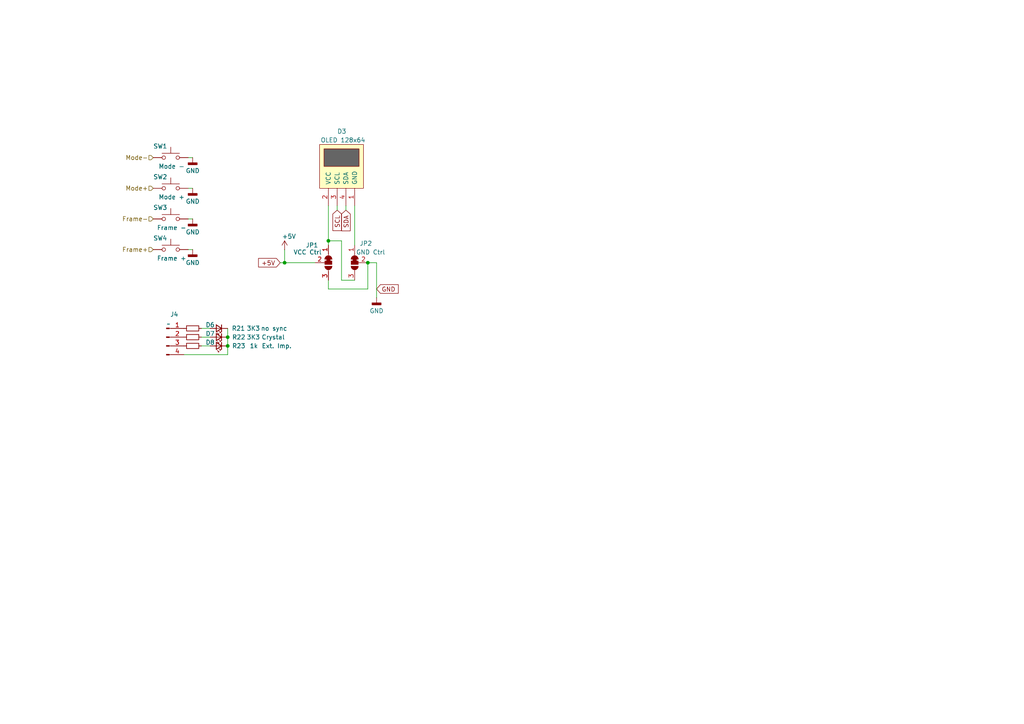
<source format=kicad_sch>
(kicad_sch (version 20231120) (generator "eeschema") (generator_version "8.0")
  (paper "A4")
  (lib_symbols
    (symbol "Connector:Conn_01x04_Pin" (pin_names (offset 1.016) hide)
      (property "Reference" "J" (at 0 5.08 0))
      (property "Value" "Conn_01x04_Pin" (at 0 -7.62 0))
      (symbol "Conn_01x04_Pin_1_1"
        (polyline (pts (xy 1.27 -5.08) (xy 0.8636 -5.08)) (stroke (width 0.1524)))
        (polyline (pts (xy 1.27 -2.54) (xy 0.8636 -2.54)) (stroke (width 0.1524)))
        (polyline (pts (xy 1.27 0) (xy 0.8636 0)) (stroke (width 0.1524)))
        (polyline (pts (xy 1.27 2.54) (xy 0.8636 2.54)) (stroke (width 0.1524)))
        (rectangle (start 0.8636 -4.953) (end 0 -5.207) (stroke (width 0.1524)) (fill (type outline)))
        (rectangle (start 0.8636 -2.413) (end 0 -2.667) (stroke (width 0.1524)) (fill (type outline)))
        (rectangle (start 0.8636 0.127) (end 0 -0.127) (stroke (width 0.1524)) (fill (type outline)))
        (rectangle (start 0.8636 2.667) (end 0 2.413) (stroke (width 0.1524)) (fill (type outline)))
        (pin passive line (at 5.08 2.54 180) (length 3.81) (name "Pin_1") (number "1"))
        (pin passive line (at 5.08 0 180) (length 3.81) (name "Pin_2") (number "2"))
        (pin passive line (at 5.08 -2.54 180) (length 3.81) (name "Pin_3") (number "3"))
        (pin passive line (at 5.08 -5.08 180) (length 3.81) (name "Pin_4") (number "4"))
      )
    )
    (symbol "Device:LED_Small" (pin_numbers hide) (pin_names (offset 0.254) hide)
      (property "Reference" "D" (at -1.27 3.175 0))
      (property "Value" "LED_Small" (at -4.445 -2.54 0))
      (symbol "LED_Small_0_1"
        (polyline (pts (xy -0.762 -1.016) (xy -0.762 1.016)) (stroke (width 0.254)))
        (polyline (pts (xy 1.016 0) (xy -0.762 0)))
        (polyline (pts (xy 0.762 -1.016) (xy -0.762 0) (xy 0.762 1.016) (xy 0.762 -1.016)) (stroke (width 0.254)))
        (polyline (pts (xy 0 0.762) (xy -0.508 1.27) (xy -0.254 1.27) (xy -0.508 1.27) (xy -0.508 1.016)))
        (polyline (pts (xy 0.508 1.27) (xy 0 1.778) (xy 0.254 1.778) (xy 0 1.778) (xy 0 1.524)))
      )
      (symbol "LED_Small_1_1"
        (pin passive line (at -2.54 0 0) (length 1.778) (name "K") (number "1"))
        (pin passive line (at 2.54 0 180) (length 1.778) (name "A") (number "2"))
      )
    )
    (symbol "Device:R_Small" (pin_numbers hide) (pin_names (offset 0.254) hide)
      (property "Reference" "R" (at 0.762 0.508 0))
      (property "Value" "R_Small" (at 0.762 -1.016 0))
      (symbol "R_Small_0_1"
        (rectangle (start -0.762 1.778) (end 0.762 -1.778) (stroke (width 0.2032)))
      )
      (symbol "R_Small_1_1"
        (pin passive line (at 0 2.54 270) (length 0.762) (name "~") (number "1"))
        (pin passive line (at 0 -2.54 90) (length 0.762) (name "~") (number "2"))
      )
    )
    (symbol "Peacemans Teile:OLED-128-64-I2C-Display_Character" (pin_names (offset 1.016))
      (property "Reference" "D" (at 6.35 6.35 90))
      (property "Value" "OLED-128-64-I2C-Display_Character" (at 6.35 6.35 90))
      (symbol "OLED-128-64-I2C-Display_Character_1_1"
        (rectangle (start -7.62 1.27) (end 5.08 13.97) (fill (type background)))
        (rectangle (start -6.35 7.62) (end 3.81 12.7) (fill (type color) (color 101 101 101 1)))
        (pin power_in line (at 2.54 -3.81 90) (length 5.08) (name "GND") (number "1"))
        (pin power_in line (at -5.08 -3.81 90) (length 5.08) (name "VCC") (number "2"))
        (pin input line (at -2.54 -3.81 90) (length 5.08) (name "SCL") (number "3"))
        (pin input line (at 0 -3.81 90) (length 5.08) (name "SDA") (number "4"))
      )
    )
    (symbol "SolderJumper_3_Bridged12_1" (pin_names (offset 0) hide) (exclude_from_sim yes) (in_bom no)
      (property "Reference" "JP" (at -2.54 -2.54 0))
      (property "Value" "SolderJumper_3_Bridged12" (at 0 2.794 0))
      (symbol "SolderJumper_3_Bridged12_1_0_1"
        (rectangle (start -1.016 0.508) (end -0.508 -0.508) (fill (type outline)))
        (arc (start -1.016 1.016) (mid -2.0276 0) (end -1.016 -1.016))
        (arc (start -1.016 1.016) (mid -2.0276 0) (end -1.016 -1.016) (fill (type outline)))
        (rectangle (start -0.508 1.016) (end 0.508 -1.016) (fill (type outline)))
        (polyline (pts (xy -2.54 0) (xy -2.032 0)))
        (polyline (pts (xy -1.016 1.016) (xy -1.016 -1.016)))
        (polyline (pts (xy 0 -1.27) (xy 0 -1.016)))
        (polyline (pts (xy 1.016 1.016) (xy 1.016 -1.016)))
        (polyline (pts (xy 2.54 0) (xy 2.032 0)))
        (arc (start 1.016 -1.016) (mid 2.0276 0) (end 1.016 1.016))
        (arc (start 1.016 -1.016) (mid 2.0276 0) (end 1.016 1.016) (fill (type outline)))
      )
      (symbol "SolderJumper_3_Bridged12_1_1_1"
        (pin passive line (at -5.08 0 0) (length 2.54) (name "A") (number "1"))
        (pin passive line (at 0 -3.81 90) (length 2.54) (name "C") (number "2"))
        (pin passive line (at 5.08 0 180) (length 2.54) (name "B") (number "3"))
      )
    )
    (symbol "Switch:SW_Push" (pin_numbers hide) (pin_names (offset 1.016) hide)
      (property "Reference" "SW" (at 1.27 2.54 0))
      (property "Value" "SW_Push" (at 0 -1.524 0))
      (symbol "SW_Push_0_1"
        (circle (center -2.032 0) (radius 0.508))
        (polyline (pts (xy 0 1.27) (xy 0 3.048)))
        (polyline (pts (xy 2.54 1.27) (xy -2.54 1.27)))
        (circle (center 2.032 0) (radius 0.508))
        (pin passive line (at -5.08 0 0) (length 2.54) (name "1") (number "1"))
        (pin passive line (at 5.08 0 180) (length 2.54) (name "2") (number "2"))
      )
    )
    (symbol "power:+5V" (power) (pin_numbers hide) (pin_names (offset 0) hide)
      (property "Value" "+5V" (at 0 3.556 0))
      (symbol "+5V_0_1"
        (polyline (pts (xy -0.762 1.27) (xy 0 2.54)))
        (polyline (pts (xy 0 0) (xy 0 2.54)))
        (polyline (pts (xy 0 2.54) (xy 0.762 1.27)))
      )
      (symbol "+5V_1_1"
        (pin power_in line (at 0 0 90) (length 0) (name "~") (number "1"))
      )
    )
    (symbol "power:GNDD" (power) (pin_numbers hide) (pin_names (offset 0) hide)
      (property "Value" "GNDD" (at 0 -3.175 0))
      (symbol "GNDD_0_1"
        (rectangle (start -1.27 -1.524) (end 1.27 -2.032) (stroke (width 0.254)) (fill (type outline)))
        (polyline (pts (xy 0 0) (xy 0 -1.524)))
      )
      (symbol "GNDD_1_1"
        (pin power_in line (at 0 0 270) (length 0) (name "~") (number "1"))
      )
    )
  )
  (junction (at 66.04 97.79))
  (junction (at 106.68 76.2))
  (junction (at 82.55 76.2))
  (junction (at 95.25 69.85))
  (junction (at 66.04 100.33))
  (wire (pts (xy 58.42 97.79) (xy 60.96 97.79)))
  (wire (pts (xy 106.68 83.82) (xy 106.68 76.2)))
  (wire (pts (xy 81.28 76.2) (xy 82.55 76.2)))
  (wire (pts (xy 95.25 69.85) (xy 95.25 59.69)))
  (wire (pts (xy 66.04 97.79) (xy 66.04 100.33)))
  (wire (pts (xy 66.04 102.87) (xy 53.34 102.87)))
  (wire (pts (xy 82.55 72.39) (xy 82.55 76.2)))
  (wire (pts (xy 55.88 54.61) (xy 54.61 54.61)))
  (wire (pts (xy 55.88 63.5) (xy 54.61 63.5)))
  (wire (pts (xy 66.04 100.33) (xy 66.04 102.87)))
  (wire (pts (xy 55.88 72.39) (xy 54.61 72.39)))
  (wire (pts (xy 55.88 45.72) (xy 54.61 45.72)))
  (wire (pts (xy 95.25 83.82) (xy 106.68 83.82)))
  (wire (pts (xy 102.87 71.12) (xy 102.87 59.69)))
  (wire (pts (xy 99.06 81.28) (xy 99.06 69.85)))
  (wire (pts (xy 82.55 76.2) (xy 91.44 76.2)))
  (wire (pts (xy 60.96 100.33) (xy 58.42 100.33)))
  (wire (pts (xy 66.04 95.25) (xy 66.04 97.79)))
  (wire (pts (xy 97.79 60.96) (xy 97.79 59.69)))
  (wire (pts (xy 102.87 81.28) (xy 99.06 81.28)))
  (wire (pts (xy 95.25 81.28) (xy 95.25 83.82)))
  (wire (pts (xy 95.25 71.12) (xy 95.25 69.85)))
  (wire (pts (xy 109.22 76.2) (xy 106.68 76.2)))
  (wire (pts (xy 99.06 69.85) (xy 95.25 69.85)))
  (wire (pts (xy 60.96 95.25) (xy 58.42 95.25)))
  (wire (pts (xy 109.22 86.36) (xy 109.22 76.2)))
  (wire (pts (xy 100.33 60.96) (xy 100.33 59.69)))
  (global_label "SDA" (shape input) (at 100.33 60.96 270) (property "Intersheetrefs" "${INTERSHEET_REFS}" (effects (hide yes))))
  (global_label "+5V" (shape input) (at 81.28 76.2 180) (property "Intersheetrefs" "${INTERSHEET_REFS}" (effects (hide yes))))
  (global_label "GND" (shape input) (at 109.22 83.82 0) (property "Intersheetrefs" "${INTERSHEET_REFS}" (effects (hide yes))))
  (global_label "SCL" (shape input) (at 97.79 60.96 270) (property "Intersheetrefs" "${INTERSHEET_REFS}" (effects (hide yes))))
  (hierarchical_label "Frame-" (shape input) (at 44.45 63.5 180))
  (hierarchical_label "Frame+" (shape input) (at 44.45 72.39 180))
  (hierarchical_label "Mode+" (shape input) (at 44.45 54.61 180))
  (hierarchical_label "Mode-" (shape input) (at 44.45 45.72 180))
  (symbol (lib_id "Device:R_Small") (at 55.88 95.25 90) (unit 1)
    (property "Reference" "R21" (at 71.12 95.25 90) (effects (justify left)))
    (property "Value" "3K3" (at 75.438 95.25 90) (effects (justify left)))
    (property "Footprint" "Resistor_SMD:R_0603_1608Metric" (effects (hide yes)))
    (property "LCSC" "C26010" (effects (hide yes)))
    (property "Inventory" "B" (effects (hide yes)))
  )
  (symbol (lib_id "Device:LED_Small") (at 63.5 97.79 180) (unit 1)
    (property "Reference" "D7" (at 60.96 96.774 0))
    (property "Value" "Crystal" (at 79.248 97.79 0))
    (property "Footprint" "LED_SMD:LED_0805_2012Metric" (effects (hide yes)))
    (property "Datasheet" "https://datasheet.lcsc.com/lcsc/1806151820_Hubei-KENTO-Elec-KT-0805G_C2297.pdf" (effects (hide yes)))
    (property "LCSC" "C2297" (effects (hide yes)))
    (property "Inventory" "B" (effects (hide yes)))
  )
  (symbol (lib_id "Device:LED_Small") (at 63.5 95.25 180) (unit 1)
    (property "Reference" "D6" (at 60.96 94.234 0))
    (property "Value" "no sync" (at 79.502 95.25 0))
    (property "Footprint" "LED_SMD:LED_0805_2012Metric" (effects (hide yes)))
    (property "Datasheet" "https://datasheet.lcsc.com/lcsc/1806151820_Hubei-KENTO-Elec-KT-0805G_C2297.pdf" (effects (hide yes)))
    (property "LCSC" "C2297" (effects (hide yes)))
    (property "Inventory" "B" (effects (hide yes)))
  )
  (symbol (lib_id "power:GNDD") (at 55.88 45.72 0) (unit 1)
    (property "Reference" "#PWR038" (effects (hide yes)))
    (property "Value" "GND" (at 55.88 49.53 0))
    (property "Description" "Power symbol creates a global label with name \"GNDD\" , digital ground" (effects (hide yes)))
  )
  (symbol (lib_name "SolderJumper_3_Bridged12_1") (lib_id "Jumper:SolderJumper_3_Bridged12") (at 95.25 76.2 270) (unit 1) (exclude_from_sim yes) (in_bom no)
    (property "Reference" "JP1" (at 88.646 71.12 90) (effects (justify left)))
    (property "Value" "VCC Ctrl" (at 85.09 73.152 90) (effects (justify left)))
    (property "Footprint" "Jumper:SolderJumper-3_P1.3mm_Bridged2Bar12_RoundedPad1.0x1.5mm" (effects (hide yes)))
    (property "Description" "3-pole Solder Jumper, pins 1+2 closed/bridged" (effects (hide yes)))
  )
  (symbol (lib_id "Device:LED_Small") (at 63.5 100.33 180) (unit 1)
    (property "Reference" "D8" (at 60.96 99.314 0))
    (property "Value" "Ext. Imp." (at 80.264 100.33 0))
    (property "Footprint" "LED_SMD:LED_0805_2012Metric" (effects (hide yes)))
    (property "Datasheet" "https://datasheet.lcsc.com/lcsc/1806151820_Hubei-KENTO-Elec-KT-0805G_C2297.pdf" (effects (hide yes)))
    (property "LCSC" "C2297" (effects (hide yes)))
    (property "Inventory" "B" (effects (hide yes)))
  )
  (symbol (lib_id "Switch:SW_Push") (at 49.53 63.5 0) (mirror y) (unit 1)
    (property "Reference" "SW3" (at 46.482 60.198 0))
    (property "Value" "Frame -" (at 49.784 66.04 0))
    (property "Footprint" "Button_Switch_SMD:SW_SPST_PTS647_Sx50" (effects (hide yes)))
    (property "Description" "Push button switch, generic, two pins" (effects (hide yes)))
  )
  (symbol (lib_id "Peacemans Teile:OLED-128-64-I2C-Display_Character") (at 100.33 55.88 0) (unit 1)
    (property "Reference" "D3" (at 97.79 38.1 0) (effects (justify left)))
    (property "Value" "OLED 128x64" (at 92.964 40.64 0) (effects (justify left)))
    (property "Footprint" "Peacemans Teile:OLED_128x63_i2c_0.96" (effects (hide yes)))
  )
  (symbol (lib_id "power:GNDD") (at 109.22 86.36 0) (unit 1)
    (property "Reference" "#PWR020" (effects (hide yes)))
    (property "Value" "GND" (at 109.22 90.17 0))
    (property "Description" "Power symbol creates a global label with name \"GNDD\" , digital ground" (effects (hide yes)))
  )
  (symbol (lib_id "power:+5V") (at 82.55 72.39 0) (unit 1)
    (property "Reference" "#PWR016" (effects (hide yes)))
    (property "Value" "+5V" (at 83.82 68.58 0))
    (property "Description" "Power symbol creates a global label with name \"+5V\"" (effects (hide yes)))
  )
  (symbol (lib_id "Switch:SW_Push") (at 49.53 45.72 0) (mirror y) (unit 1)
    (property "Reference" "SW1" (at 46.482 42.418 0))
    (property "Value" "Mode -" (at 49.784 48.26 0))
    (property "Footprint" "Button_Switch_SMD:SW_SPST_PTS647_Sx50" (effects (hide yes)))
    (property "Description" "Push button switch, generic, two pins" (effects (hide yes)))
  )
  (symbol (lib_name "SolderJumper_3_Bridged12_1") (lib_id "Jumper:SolderJumper_3_Bridged12") (at 102.87 76.2 90) (mirror x) (unit 1) (exclude_from_sim yes) (in_bom no)
    (property "Reference" "JP2" (at 107.95 70.612 90) (effects (justify left)))
    (property "Value" "GND Ctrl" (at 111.76 73.152 90) (effects (justify left)))
    (property "Footprint" "Jumper:SolderJumper-3_P1.3mm_Bridged2Bar12_RoundedPad1.0x1.5mm" (effects (hide yes)))
    (property "Description" "3-pole Solder Jumper, pins 1+2 closed/bridged" (effects (hide yes)))
  )
  (symbol (lib_id "Switch:SW_Push") (at 49.53 54.61 0) (mirror y) (unit 1)
    (property "Reference" "SW2" (at 46.482 51.308 0))
    (property "Value" "Mode +" (at 49.784 57.15 0))
    (property "Footprint" "Button_Switch_SMD:SW_SPST_PTS647_Sx50" (effects (hide yes)))
    (property "Description" "Push button switch, generic, two pins" (effects (hide yes)))
  )
  (symbol (lib_id "Device:R_Small") (at 55.88 100.33 270) (unit 1)
    (property "Reference" "R23" (at 67.31 100.33 90) (effects (justify left)))
    (property "Value" "1k" (at 72.39 100.33 90) (effects (justify left)))
    (property "Footprint" "Resistor_SMD:R_0603_1608Metric" (effects (hide yes)))
    (property "LCSC" "C26010" (effects (hide yes)))
    (property "Inventory" "B" (effects (hide yes)))
  )
  (symbol (lib_id "Switch:SW_Push") (at 49.53 72.39 0) (mirror y) (unit 1)
    (property "Reference" "SW4" (at 46.482 69.088 0))
    (property "Value" "Frame +" (at 49.784 74.93 0))
    (property "Footprint" "Button_Switch_SMD:SW_SPST_PTS647_Sx50" (effects (hide yes)))
    (property "Description" "Push button switch, generic, two pins" (effects (hide yes)))
  )
  (symbol (lib_id "power:GNDD") (at 55.88 63.5 0) (unit 1)
    (property "Reference" "#PWR040" (effects (hide yes)))
    (property "Value" "GND" (at 55.88 67.31 0))
    (property "Description" "Power symbol creates a global label with name \"GNDD\" , digital ground" (effects (hide yes)))
  )
  (symbol (lib_id "Connector:Conn_01x04_Pin") (at 48.26 97.79 0) (unit 1)
    (property "Reference" "J4" (at 50.546 91.186 0))
    (property "Value" "~" (at 48.895 93.98 0))
    (property "Footprint" "easyEDA:HDR-SMD_HX-PM2.54-1X4P-TP-YQ" (effects (hide yes)))
    (property "Description" "Generic connector, single row, 01x04, script generated" (effects (hide yes)))
  )
  (symbol (lib_id "Device:R_Small") (at 55.88 97.79 90) (unit 1)
    (property "Reference" "R22" (at 67.31 97.79 90) (effects (justify right)))
    (property "Value" "3K3" (at 75.438 97.79 90) (effects (justify left)))
    (property "Footprint" "Resistor_SMD:R_0603_1608Metric" (effects (hide yes)))
    (property "LCSC" "C26010" (effects (hide yes)))
    (property "Inventory" "B" (effects (hide yes)))
  )
  (symbol (lib_id "power:GNDD") (at 55.88 54.61 0) (unit 1)
    (property "Reference" "#PWR039" (effects (hide yes)))
    (property "Value" "GND" (at 55.88 58.42 0))
    (property "Description" "Power symbol creates a global label with name \"GNDD\" , digital ground" (effects (hide yes)))
  )
  (symbol (lib_id "power:GNDD") (at 55.88 72.39 0) (unit 1)
    (property "Reference" "#PWR041" (effects (hide yes)))
    (property "Value" "GND" (at 55.88 76.2 0))
    (property "Description" "Power symbol creates a global label with name \"GNDD\" , digital ground" (effects (hide yes)))
  )
)
</source>
